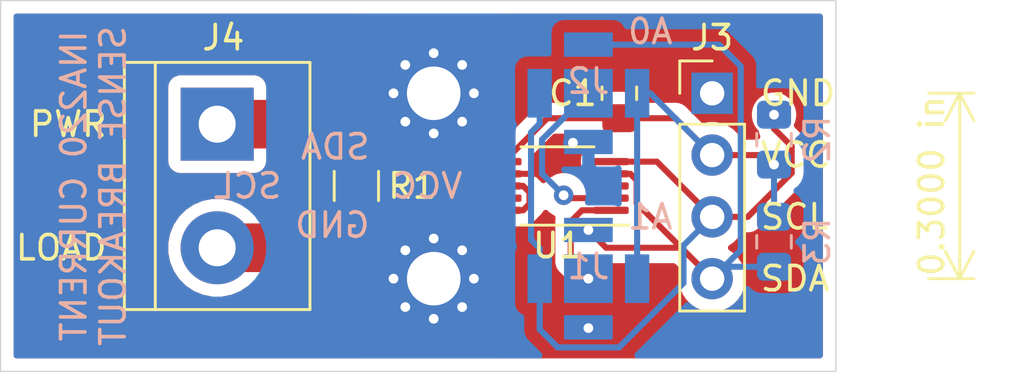
<source format=kicad_pcb>
(kicad_pcb (version 20171130) (host pcbnew 5.1.5)

  (general
    (thickness 1.6)
    (drawings 15)
    (tracks 92)
    (zones 0)
    (modules 11)
    (nets 10)
  )

  (page A4)
  (layers
    (0 F.Cu signal)
    (31 B.Cu signal)
    (32 B.Adhes user)
    (33 F.Adhes user)
    (34 B.Paste user)
    (35 F.Paste user)
    (36 B.SilkS user)
    (37 F.SilkS user)
    (38 B.Mask user)
    (39 F.Mask user)
    (40 Dwgs.User user)
    (41 Cmts.User user)
    (42 Eco1.User user)
    (43 Eco2.User user)
    (44 Edge.Cuts user)
    (45 Margin user)
    (46 B.CrtYd user)
    (47 F.CrtYd user)
    (48 B.Fab user)
    (49 F.Fab user)
  )

  (setup
    (last_trace_width 0.25)
    (trace_clearance 0.2)
    (zone_clearance 0.508)
    (zone_45_only no)
    (trace_min 0.2)
    (via_size 0.8)
    (via_drill 0.4)
    (via_min_size 0.4)
    (via_min_drill 0.3)
    (uvia_size 0.3)
    (uvia_drill 0.1)
    (uvias_allowed no)
    (uvia_min_size 0.2)
    (uvia_min_drill 0.1)
    (edge_width 0.05)
    (segment_width 0.2)
    (pcb_text_width 0.3)
    (pcb_text_size 1.5 1.5)
    (mod_edge_width 0.12)
    (mod_text_size 1 1)
    (mod_text_width 0.15)
    (pad_size 1.524 1.524)
    (pad_drill 0.762)
    (pad_to_mask_clearance 0.051)
    (solder_mask_min_width 0.25)
    (aux_axis_origin 0 0)
    (visible_elements FFFFFF7F)
    (pcbplotparams
      (layerselection 0x010fc_ffffffff)
      (usegerberextensions false)
      (usegerberattributes false)
      (usegerberadvancedattributes false)
      (creategerberjobfile false)
      (excludeedgelayer true)
      (linewidth 0.100000)
      (plotframeref false)
      (viasonmask false)
      (mode 1)
      (useauxorigin false)
      (hpglpennumber 1)
      (hpglpenspeed 20)
      (hpglpendiameter 15.000000)
      (psnegative false)
      (psa4output false)
      (plotreference true)
      (plotvalue true)
      (plotinvisibletext false)
      (padsonsilk false)
      (subtractmaskfromsilk false)
      (outputformat 1)
      (mirror false)
      (drillshape 0)
      (scaleselection 1)
      (outputdirectory "cs_ina220_v1.0"))
  )

  (net 0 "")
  (net 1 VCC)
  (net 2 GND)
  (net 3 SDA)
  (net 4 SCL)
  (net 5 A1)
  (net 6 A0)
  (net 7 LOAD)
  (net 8 SUPPLY)
  (net 9 "Net-(U1-Pad3)")

  (net_class Default "Dit is de standaard class."
    (clearance 0.2)
    (trace_width 0.25)
    (via_dia 0.8)
    (via_drill 0.4)
    (uvia_dia 0.3)
    (uvia_drill 0.1)
    (add_net A0)
    (add_net A1)
    (add_net GND)
    (add_net LOAD)
    (add_net "Net-(U1-Pad3)")
    (add_net SCL)
    (add_net SDA)
    (add_net SUPPLY)
    (add_net VCC)
  )

  (module Resistor_SMD:R_0805_2012Metric_Pad1.15x1.40mm_HandSolder (layer B.Cu) (tedit 5B36C52B) (tstamp 5E111C18)
    (at 134.62 93.735 270)
    (descr "Resistor SMD 0805 (2012 Metric), square (rectangular) end terminal, IPC_7351 nominal with elongated pad for handsoldering. (Body size source: https://docs.google.com/spreadsheets/d/1BsfQQcO9C6DZCsRaXUlFlo91Tg2WpOkGARC1WS5S8t0/edit?usp=sharing), generated with kicad-footprint-generator")
    (tags "resistor handsolder")
    (path /5E12934D)
    (attr smd)
    (fp_text reference R3 (at -0.009 -1.778 90) (layer B.SilkS)
      (effects (font (size 1 1) (thickness 0.15)) (justify mirror))
    )
    (fp_text value R_Small (at 0 -1.65 90) (layer B.Fab)
      (effects (font (size 1 1) (thickness 0.15)) (justify mirror))
    )
    (fp_text user %R (at 0 0 90) (layer B.Fab)
      (effects (font (size 0.5 0.5) (thickness 0.08)) (justify mirror))
    )
    (fp_line (start 1.85 -0.95) (end -1.85 -0.95) (layer B.CrtYd) (width 0.05))
    (fp_line (start 1.85 0.95) (end 1.85 -0.95) (layer B.CrtYd) (width 0.05))
    (fp_line (start -1.85 0.95) (end 1.85 0.95) (layer B.CrtYd) (width 0.05))
    (fp_line (start -1.85 -0.95) (end -1.85 0.95) (layer B.CrtYd) (width 0.05))
    (fp_line (start -0.261252 -0.71) (end 0.261252 -0.71) (layer B.SilkS) (width 0.12))
    (fp_line (start -0.261252 0.71) (end 0.261252 0.71) (layer B.SilkS) (width 0.12))
    (fp_line (start 1 -0.6) (end -1 -0.6) (layer B.Fab) (width 0.1))
    (fp_line (start 1 0.6) (end 1 -0.6) (layer B.Fab) (width 0.1))
    (fp_line (start -1 0.6) (end 1 0.6) (layer B.Fab) (width 0.1))
    (fp_line (start -1 -0.6) (end -1 0.6) (layer B.Fab) (width 0.1))
    (pad 2 smd roundrect (at 1.025 0 270) (size 1.15 1.4) (layers B.Cu B.Paste B.Mask) (roundrect_rratio 0.217391)
      (net 3 SDA))
    (pad 1 smd roundrect (at -1.025 0 270) (size 1.15 1.4) (layers B.Cu B.Paste B.Mask) (roundrect_rratio 0.217391)
      (net 1 VCC))
    (model ${KISYS3DMOD}/Resistor_SMD.3dshapes/R_0805_2012Metric.wrl
      (at (xyz 0 0 0))
      (scale (xyz 1 1 1))
      (rotate (xyz 0 0 0))
    )
  )

  (module Resistor_SMD:R_0805_2012Metric_Pad1.15x1.40mm_HandSolder (layer B.Cu) (tedit 5B36C52B) (tstamp 5E111CCC)
    (at 134.62 89.535 90)
    (descr "Resistor SMD 0805 (2012 Metric), square (rectangular) end terminal, IPC_7351 nominal with elongated pad for handsoldering. (Body size source: https://docs.google.com/spreadsheets/d/1BsfQQcO9C6DZCsRaXUlFlo91Tg2WpOkGARC1WS5S8t0/edit?usp=sharing), generated with kicad-footprint-generator")
    (tags "resistor handsolder")
    (path /5E1299A9)
    (attr smd)
    (fp_text reference R2 (at 0 1.778 90) (layer B.SilkS)
      (effects (font (size 1 1) (thickness 0.15)) (justify mirror))
    )
    (fp_text value R_Small (at 0 -1.65 90) (layer B.Fab)
      (effects (font (size 1 1) (thickness 0.15)) (justify mirror))
    )
    (fp_text user %R (at 0 0 90) (layer B.Fab)
      (effects (font (size 0.5 0.5) (thickness 0.08)) (justify mirror))
    )
    (fp_line (start 1.85 -0.95) (end -1.85 -0.95) (layer B.CrtYd) (width 0.05))
    (fp_line (start 1.85 0.95) (end 1.85 -0.95) (layer B.CrtYd) (width 0.05))
    (fp_line (start -1.85 0.95) (end 1.85 0.95) (layer B.CrtYd) (width 0.05))
    (fp_line (start -1.85 -0.95) (end -1.85 0.95) (layer B.CrtYd) (width 0.05))
    (fp_line (start -0.261252 -0.71) (end 0.261252 -0.71) (layer B.SilkS) (width 0.12))
    (fp_line (start -0.261252 0.71) (end 0.261252 0.71) (layer B.SilkS) (width 0.12))
    (fp_line (start 1 -0.6) (end -1 -0.6) (layer B.Fab) (width 0.1))
    (fp_line (start 1 0.6) (end 1 -0.6) (layer B.Fab) (width 0.1))
    (fp_line (start -1 0.6) (end 1 0.6) (layer B.Fab) (width 0.1))
    (fp_line (start -1 -0.6) (end -1 0.6) (layer B.Fab) (width 0.1))
    (pad 2 smd roundrect (at 1.025 0 90) (size 1.15 1.4) (layers B.Cu B.Paste B.Mask) (roundrect_rratio 0.217391)
      (net 4 SCL))
    (pad 1 smd roundrect (at -1.025 0 90) (size 1.15 1.4) (layers B.Cu B.Paste B.Mask) (roundrect_rratio 0.217391)
      (net 1 VCC))
    (model ${KISYS3DMOD}/Resistor_SMD.3dshapes/R_0805_2012Metric.wrl
      (at (xyz 0 0 0))
      (scale (xyz 1 1 1))
      (rotate (xyz 0 0 0))
    )
  )

  (module MountingHole:MountingHole_2.2mm_M2_Pad_Via (layer F.Cu) (tedit 56DDB9C7) (tstamp 5E1115E9)
    (at 120.65 95.25)
    (descr "Mounting Hole 2.2mm, M2")
    (tags "mounting hole 2.2mm m2")
    (path /5E12361E)
    (attr virtual)
    (fp_text reference H2 (at 0 -3.2) (layer F.SilkS) hide
      (effects (font (size 1 1) (thickness 0.15)))
    )
    (fp_text value MountingHole_Pad (at 0 3.2) (layer F.Fab)
      (effects (font (size 1 1) (thickness 0.15)))
    )
    (fp_circle (center 0 0) (end 2.45 0) (layer F.CrtYd) (width 0.05))
    (fp_circle (center 0 0) (end 2.2 0) (layer Cmts.User) (width 0.15))
    (fp_text user %R (at 0.3 0) (layer F.Fab)
      (effects (font (size 1 1) (thickness 0.15)))
    )
    (pad 1 thru_hole circle (at 1.166726 -1.166726) (size 0.7 0.7) (drill 0.4) (layers *.Cu *.Mask)
      (net 2 GND))
    (pad 1 thru_hole circle (at 0 -1.65) (size 0.7 0.7) (drill 0.4) (layers *.Cu *.Mask)
      (net 2 GND))
    (pad 1 thru_hole circle (at -1.166726 -1.166726) (size 0.7 0.7) (drill 0.4) (layers *.Cu *.Mask)
      (net 2 GND))
    (pad 1 thru_hole circle (at -1.65 0) (size 0.7 0.7) (drill 0.4) (layers *.Cu *.Mask)
      (net 2 GND))
    (pad 1 thru_hole circle (at -1.166726 1.166726) (size 0.7 0.7) (drill 0.4) (layers *.Cu *.Mask)
      (net 2 GND))
    (pad 1 thru_hole circle (at 0 1.65) (size 0.7 0.7) (drill 0.4) (layers *.Cu *.Mask)
      (net 2 GND))
    (pad 1 thru_hole circle (at 1.166726 1.166726) (size 0.7 0.7) (drill 0.4) (layers *.Cu *.Mask)
      (net 2 GND))
    (pad 1 thru_hole circle (at 1.65 0) (size 0.7 0.7) (drill 0.4) (layers *.Cu *.Mask)
      (net 2 GND))
    (pad 1 thru_hole circle (at 0 0) (size 4.4 4.4) (drill 2.2) (layers *.Cu *.Mask)
      (net 2 GND))
  )

  (module MountingHole:MountingHole_2.2mm_M2_Pad_Via (layer F.Cu) (tedit 56DDB9C7) (tstamp 5E111398)
    (at 120.65 87.63)
    (descr "Mounting Hole 2.2mm, M2")
    (tags "mounting hole 2.2mm m2")
    (path /5E12308D)
    (attr virtual)
    (fp_text reference H1 (at 0 -3.2) (layer F.SilkS) hide
      (effects (font (size 1 1) (thickness 0.15)))
    )
    (fp_text value MountingHole_Pad (at 0 3.2) (layer F.Fab)
      (effects (font (size 1 1) (thickness 0.15)))
    )
    (fp_circle (center 0 0) (end 2.45 0) (layer F.CrtYd) (width 0.05))
    (fp_circle (center 0 0) (end 2.2 0) (layer Cmts.User) (width 0.15))
    (fp_text user %R (at 0.3 0) (layer F.Fab)
      (effects (font (size 1 1) (thickness 0.15)))
    )
    (pad 1 thru_hole circle (at 1.166726 -1.166726) (size 0.7 0.7) (drill 0.4) (layers *.Cu *.Mask)
      (net 2 GND))
    (pad 1 thru_hole circle (at 0 -1.65) (size 0.7 0.7) (drill 0.4) (layers *.Cu *.Mask)
      (net 2 GND))
    (pad 1 thru_hole circle (at -1.166726 -1.166726) (size 0.7 0.7) (drill 0.4) (layers *.Cu *.Mask)
      (net 2 GND))
    (pad 1 thru_hole circle (at -1.65 0) (size 0.7 0.7) (drill 0.4) (layers *.Cu *.Mask)
      (net 2 GND))
    (pad 1 thru_hole circle (at -1.166726 1.166726) (size 0.7 0.7) (drill 0.4) (layers *.Cu *.Mask)
      (net 2 GND))
    (pad 1 thru_hole circle (at 0 1.65) (size 0.7 0.7) (drill 0.4) (layers *.Cu *.Mask)
      (net 2 GND))
    (pad 1 thru_hole circle (at 1.166726 1.166726) (size 0.7 0.7) (drill 0.4) (layers *.Cu *.Mask)
      (net 2 GND))
    (pad 1 thru_hole circle (at 1.65 0) (size 0.7 0.7) (drill 0.4) (layers *.Cu *.Mask)
      (net 2 GND))
    (pad 1 thru_hole circle (at 0 0) (size 4.4 4.4) (drill 2.2) (layers *.Cu *.Mask)
      (net 2 GND))
  )

  (module AvS_Jumper:SolderJumper-5 (layer B.Cu) (tedit 5E10B265) (tstamp 5E110502)
    (at 127 87.63)
    (path /5E112CE0)
    (fp_text reference J2 (at 0 -0.5) (layer B.SilkS)
      (effects (font (size 1 1) (thickness 0.15)) (justify mirror))
    )
    (fp_text value Conn_01x05 (at 0 0.5) (layer B.Fab)
      (effects (font (size 1 1) (thickness 0.15)) (justify mirror))
    )
    (pad 2 smd rect (at 0 2) (size 2 1) (layers B.Cu B.Paste B.Mask)
      (net 2 GND))
    (pad 4 smd rect (at 0 -2) (size 2 1) (layers B.Cu B.Paste B.Mask)
      (net 3 SDA))
    (pad 5 smd rect (at -2 0) (size 1 2) (layers B.Cu B.Paste B.Mask)
      (net 4 SCL))
    (pad 3 smd rect (at 2 0) (size 1 2) (layers B.Cu B.Paste B.Mask)
      (net 1 VCC))
    (pad 1 smd rect (at 0 0) (size 2 2) (layers B.Cu B.Paste B.Mask)
      (net 6 A0))
  )

  (module AvS_Jumper:SolderJumper-5 (layer B.Cu) (tedit 5E10B265) (tstamp 5E110F3A)
    (at 127 95.25)
    (path /5E11103F)
    (fp_text reference J1 (at 0 -0.5) (layer B.SilkS)
      (effects (font (size 1 1) (thickness 0.15)) (justify mirror))
    )
    (fp_text value Conn_01x05 (at 0 0.5) (layer B.Fab)
      (effects (font (size 1 1) (thickness 0.15)) (justify mirror))
    )
    (pad 2 smd rect (at 0 2) (size 2 1) (layers B.Cu B.Paste B.Mask)
      (net 2 GND))
    (pad 4 smd rect (at 0 -2) (size 2 1) (layers B.Cu B.Paste B.Mask)
      (net 3 SDA))
    (pad 5 smd rect (at -2 0) (size 1 2) (layers B.Cu B.Paste B.Mask)
      (net 4 SCL))
    (pad 3 smd rect (at 2 0) (size 1 2) (layers B.Cu B.Paste B.Mask)
      (net 1 VCC))
    (pad 1 smd rect (at 0 0) (size 2 2) (layers B.Cu B.Paste B.Mask)
      (net 5 A1))
  )

  (module Package_SO:VSSOP-10_3x3mm_P0.5mm (layer F.Cu) (tedit 5D9F72B2) (tstamp 5E110435)
    (at 125.73 91.44 180)
    (descr "VSSOP, 10 Pin (http://www.ti.com/lit/ds/symlink/ads1115.pdf), generated with kicad-footprint-generator ipc_gullwing_generator.py")
    (tags "VSSOP SO")
    (path /5E10C617)
    (attr smd)
    (fp_text reference U1 (at 0 -2.45) (layer F.SilkS)
      (effects (font (size 1 1) (thickness 0.15)))
    )
    (fp_text value INA220 (at 0 2.45) (layer F.Fab)
      (effects (font (size 1 1) (thickness 0.15)))
    )
    (fp_text user %R (at 0 0) (layer F.Fab)
      (effects (font (size 0.75 0.75) (thickness 0.11)))
    )
    (fp_line (start 3.18 -1.75) (end -3.18 -1.75) (layer F.CrtYd) (width 0.05))
    (fp_line (start 3.18 1.75) (end 3.18 -1.75) (layer F.CrtYd) (width 0.05))
    (fp_line (start -3.18 1.75) (end 3.18 1.75) (layer F.CrtYd) (width 0.05))
    (fp_line (start -3.18 -1.75) (end -3.18 1.75) (layer F.CrtYd) (width 0.05))
    (fp_line (start -1.5 -0.75) (end -0.75 -1.5) (layer F.Fab) (width 0.1))
    (fp_line (start -1.5 1.5) (end -1.5 -0.75) (layer F.Fab) (width 0.1))
    (fp_line (start 1.5 1.5) (end -1.5 1.5) (layer F.Fab) (width 0.1))
    (fp_line (start 1.5 -1.5) (end 1.5 1.5) (layer F.Fab) (width 0.1))
    (fp_line (start -0.75 -1.5) (end 1.5 -1.5) (layer F.Fab) (width 0.1))
    (fp_line (start 0 -1.61) (end -2.925 -1.61) (layer F.SilkS) (width 0.12))
    (fp_line (start 0 -1.61) (end 1.5 -1.61) (layer F.SilkS) (width 0.12))
    (fp_line (start 0 1.61) (end -1.5 1.61) (layer F.SilkS) (width 0.12))
    (fp_line (start 0 1.61) (end 1.5 1.61) (layer F.SilkS) (width 0.12))
    (pad 10 smd roundrect (at 2.2 -1 180) (size 1.45 0.3) (layers F.Cu F.Paste F.Mask) (roundrect_rratio 0.25)
      (net 8 SUPPLY))
    (pad 9 smd roundrect (at 2.2 -0.5 180) (size 1.45 0.3) (layers F.Cu F.Paste F.Mask) (roundrect_rratio 0.25)
      (net 7 LOAD))
    (pad 8 smd roundrect (at 2.2 0 180) (size 1.45 0.3) (layers F.Cu F.Paste F.Mask) (roundrect_rratio 0.25)
      (net 8 SUPPLY))
    (pad 7 smd roundrect (at 2.2 0.5 180) (size 1.45 0.3) (layers F.Cu F.Paste F.Mask) (roundrect_rratio 0.25)
      (net 2 GND))
    (pad 6 smd roundrect (at 2.2 1 180) (size 1.45 0.3) (layers F.Cu F.Paste F.Mask) (roundrect_rratio 0.25)
      (net 1 VCC))
    (pad 5 smd roundrect (at -2.2 1 180) (size 1.45 0.3) (layers F.Cu F.Paste F.Mask) (roundrect_rratio 0.25)
      (net 4 SCL))
    (pad 4 smd roundrect (at -2.2 0.5 180) (size 1.45 0.3) (layers F.Cu F.Paste F.Mask) (roundrect_rratio 0.25)
      (net 3 SDA))
    (pad 3 smd roundrect (at -2.2 0 180) (size 1.45 0.3) (layers F.Cu F.Paste F.Mask) (roundrect_rratio 0.25)
      (net 9 "Net-(U1-Pad3)"))
    (pad 2 smd roundrect (at -2.2 -0.5 180) (size 1.45 0.3) (layers F.Cu F.Paste F.Mask) (roundrect_rratio 0.25)
      (net 6 A0))
    (pad 1 smd roundrect (at -2.2 -1 180) (size 1.45 0.3) (layers F.Cu F.Paste F.Mask) (roundrect_rratio 0.25)
      (net 5 A1))
    (model ${KISYS3DMOD}/Package_SO.3dshapes/VSSOP-10_3x3mm_P0.5mm.wrl
      (at (xyz 0 0 0))
      (scale (xyz 1 1 1))
      (rotate (xyz 0 0 0))
    )
  )

  (module Resistor_SMD:R_1206_3216Metric_Pad1.42x1.75mm_HandSolder (layer F.Cu) (tedit 5B301BBD) (tstamp 5E110419)
    (at 117.475 91.44 270)
    (descr "Resistor SMD 1206 (3216 Metric), square (rectangular) end terminal, IPC_7351 nominal with elongated pad for handsoldering. (Body size source: http://www.tortai-tech.com/upload/download/2011102023233369053.pdf), generated with kicad-footprint-generator")
    (tags "resistor handsolder")
    (path /5E10CB6F)
    (attr smd)
    (fp_text reference R1 (at 0 -2.286 180) (layer F.SilkS)
      (effects (font (size 1 1) (thickness 0.15)))
    )
    (fp_text value R_Small (at 0 1.82 90) (layer F.Fab)
      (effects (font (size 1 1) (thickness 0.15)))
    )
    (fp_text user %R (at 0 0 90) (layer F.Fab)
      (effects (font (size 0.8 0.8) (thickness 0.12)))
    )
    (fp_line (start 2.45 1.12) (end -2.45 1.12) (layer F.CrtYd) (width 0.05))
    (fp_line (start 2.45 -1.12) (end 2.45 1.12) (layer F.CrtYd) (width 0.05))
    (fp_line (start -2.45 -1.12) (end 2.45 -1.12) (layer F.CrtYd) (width 0.05))
    (fp_line (start -2.45 1.12) (end -2.45 -1.12) (layer F.CrtYd) (width 0.05))
    (fp_line (start -0.602064 0.91) (end 0.602064 0.91) (layer F.SilkS) (width 0.12))
    (fp_line (start -0.602064 -0.91) (end 0.602064 -0.91) (layer F.SilkS) (width 0.12))
    (fp_line (start 1.6 0.8) (end -1.6 0.8) (layer F.Fab) (width 0.1))
    (fp_line (start 1.6 -0.8) (end 1.6 0.8) (layer F.Fab) (width 0.1))
    (fp_line (start -1.6 -0.8) (end 1.6 -0.8) (layer F.Fab) (width 0.1))
    (fp_line (start -1.6 0.8) (end -1.6 -0.8) (layer F.Fab) (width 0.1))
    (pad 2 smd roundrect (at 1.4875 0 270) (size 1.425 1.75) (layers F.Cu F.Paste F.Mask) (roundrect_rratio 0.175439)
      (net 7 LOAD))
    (pad 1 smd roundrect (at -1.4875 0 270) (size 1.425 1.75) (layers F.Cu F.Paste F.Mask) (roundrect_rratio 0.175439)
      (net 8 SUPPLY))
    (model ${KISYS3DMOD}/Resistor_SMD.3dshapes/R_1206_3216Metric.wrl
      (at (xyz 0 0 0))
      (scale (xyz 1 1 1))
      (rotate (xyz 0 0 0))
    )
  )

  (module TerminalBlock:TerminalBlock_bornier-2_P5.08mm (layer F.Cu) (tedit 59FF03AB) (tstamp 5E110408)
    (at 111.76 88.9 270)
    (descr "simple 2-pin terminal block, pitch 5.08mm, revamped version of bornier2")
    (tags "terminal block bornier2")
    (path /5E116556)
    (fp_text reference J4 (at -3.556 -0.254 180) (layer F.SilkS)
      (effects (font (size 1 1) (thickness 0.15)))
    )
    (fp_text value Conn_01x02 (at 2.54 5.08 90) (layer F.Fab)
      (effects (font (size 1 1) (thickness 0.15)))
    )
    (fp_line (start 7.79 4) (end -2.71 4) (layer F.CrtYd) (width 0.05))
    (fp_line (start 7.79 4) (end 7.79 -4) (layer F.CrtYd) (width 0.05))
    (fp_line (start -2.71 -4) (end -2.71 4) (layer F.CrtYd) (width 0.05))
    (fp_line (start -2.71 -4) (end 7.79 -4) (layer F.CrtYd) (width 0.05))
    (fp_line (start -2.54 3.81) (end 7.62 3.81) (layer F.SilkS) (width 0.12))
    (fp_line (start -2.54 -3.81) (end -2.54 3.81) (layer F.SilkS) (width 0.12))
    (fp_line (start 7.62 -3.81) (end -2.54 -3.81) (layer F.SilkS) (width 0.12))
    (fp_line (start 7.62 3.81) (end 7.62 -3.81) (layer F.SilkS) (width 0.12))
    (fp_line (start 7.62 2.54) (end -2.54 2.54) (layer F.SilkS) (width 0.12))
    (fp_line (start 7.54 -3.75) (end -2.46 -3.75) (layer F.Fab) (width 0.1))
    (fp_line (start 7.54 3.75) (end 7.54 -3.75) (layer F.Fab) (width 0.1))
    (fp_line (start -2.46 3.75) (end 7.54 3.75) (layer F.Fab) (width 0.1))
    (fp_line (start -2.46 -3.75) (end -2.46 3.75) (layer F.Fab) (width 0.1))
    (fp_line (start -2.41 2.55) (end 7.49 2.55) (layer F.Fab) (width 0.1))
    (fp_text user %R (at 2.54 0 90) (layer F.Fab)
      (effects (font (size 1 1) (thickness 0.15)))
    )
    (pad 2 thru_hole circle (at 5.08 0 270) (size 3 3) (drill 1.52) (layers *.Cu *.Mask)
      (net 7 LOAD))
    (pad 1 thru_hole rect (at 0 0 270) (size 3 3) (drill 1.52) (layers *.Cu *.Mask)
      (net 8 SUPPLY))
    (model ${KISYS3DMOD}/TerminalBlock.3dshapes/TerminalBlock_bornier-2_P5.08mm.wrl
      (offset (xyz 2.539999961853027 0 0))
      (scale (xyz 1 1 1))
      (rotate (xyz 0 0 0))
    )
  )

  (module Connector_PinHeader_2.54mm:PinHeader_1x04_P2.54mm_Vertical (layer F.Cu) (tedit 59FED5CC) (tstamp 5E1106F6)
    (at 132.08 87.63)
    (descr "Through hole straight pin header, 1x04, 2.54mm pitch, single row")
    (tags "Through hole pin header THT 1x04 2.54mm single row")
    (path /5E11821F)
    (fp_text reference J3 (at 0 -2.286) (layer F.SilkS)
      (effects (font (size 1 1) (thickness 0.15)))
    )
    (fp_text value Conn_01x04 (at 0 9.95) (layer F.Fab)
      (effects (font (size 1 1) (thickness 0.15)))
    )
    (fp_text user %R (at 0 3.81 90) (layer F.Fab)
      (effects (font (size 1 1) (thickness 0.15)))
    )
    (fp_line (start 1.8 -1.8) (end -1.8 -1.8) (layer F.CrtYd) (width 0.05))
    (fp_line (start 1.8 9.4) (end 1.8 -1.8) (layer F.CrtYd) (width 0.05))
    (fp_line (start -1.8 9.4) (end 1.8 9.4) (layer F.CrtYd) (width 0.05))
    (fp_line (start -1.8 -1.8) (end -1.8 9.4) (layer F.CrtYd) (width 0.05))
    (fp_line (start -1.33 -1.33) (end 0 -1.33) (layer F.SilkS) (width 0.12))
    (fp_line (start -1.33 0) (end -1.33 -1.33) (layer F.SilkS) (width 0.12))
    (fp_line (start -1.33 1.27) (end 1.33 1.27) (layer F.SilkS) (width 0.12))
    (fp_line (start 1.33 1.27) (end 1.33 8.95) (layer F.SilkS) (width 0.12))
    (fp_line (start -1.33 1.27) (end -1.33 8.95) (layer F.SilkS) (width 0.12))
    (fp_line (start -1.33 8.95) (end 1.33 8.95) (layer F.SilkS) (width 0.12))
    (fp_line (start -1.27 -0.635) (end -0.635 -1.27) (layer F.Fab) (width 0.1))
    (fp_line (start -1.27 8.89) (end -1.27 -0.635) (layer F.Fab) (width 0.1))
    (fp_line (start 1.27 8.89) (end -1.27 8.89) (layer F.Fab) (width 0.1))
    (fp_line (start 1.27 -1.27) (end 1.27 8.89) (layer F.Fab) (width 0.1))
    (fp_line (start -0.635 -1.27) (end 1.27 -1.27) (layer F.Fab) (width 0.1))
    (pad 4 thru_hole oval (at 0 7.62) (size 1.7 1.7) (drill 1) (layers *.Cu *.Mask)
      (net 3 SDA))
    (pad 3 thru_hole oval (at 0 5.08) (size 1.7 1.7) (drill 1) (layers *.Cu *.Mask)
      (net 4 SCL))
    (pad 2 thru_hole oval (at 0 2.54) (size 1.7 1.7) (drill 1) (layers *.Cu *.Mask)
      (net 1 VCC))
    (pad 1 thru_hole rect (at 0 0) (size 1.7 1.7) (drill 1) (layers *.Cu *.Mask)
      (net 2 GND))
    (model ${KISYS3DMOD}/Connector_PinHeader_2.54mm.3dshapes/PinHeader_1x04_P2.54mm_Vertical.wrl
      (at (xyz 0 0 0))
      (scale (xyz 1 1 1))
      (rotate (xyz 0 0 0))
    )
  )

  (module Capacitor_SMD:C_0805_2012Metric_Pad1.15x1.40mm_HandSolder (layer F.Cu) (tedit 5B36C52B) (tstamp 5E1103C9)
    (at 128.27 87.63 270)
    (descr "Capacitor SMD 0805 (2012 Metric), square (rectangular) end terminal, IPC_7351 nominal with elongated pad for handsoldering. (Body size source: https://docs.google.com/spreadsheets/d/1BsfQQcO9C6DZCsRaXUlFlo91Tg2WpOkGARC1WS5S8t0/edit?usp=sharing), generated with kicad-footprint-generator")
    (tags "capacitor handsolder")
    (path /5E10D5AA)
    (attr smd)
    (fp_text reference C1 (at 0 1.905 180) (layer F.SilkS)
      (effects (font (size 1 1) (thickness 0.15)))
    )
    (fp_text value C_Small (at 0 1.65 90) (layer F.Fab)
      (effects (font (size 1 1) (thickness 0.15)))
    )
    (fp_text user %R (at 0 0 90) (layer F.Fab)
      (effects (font (size 0.5 0.5) (thickness 0.08)))
    )
    (fp_line (start 1.85 0.95) (end -1.85 0.95) (layer F.CrtYd) (width 0.05))
    (fp_line (start 1.85 -0.95) (end 1.85 0.95) (layer F.CrtYd) (width 0.05))
    (fp_line (start -1.85 -0.95) (end 1.85 -0.95) (layer F.CrtYd) (width 0.05))
    (fp_line (start -1.85 0.95) (end -1.85 -0.95) (layer F.CrtYd) (width 0.05))
    (fp_line (start -0.261252 0.71) (end 0.261252 0.71) (layer F.SilkS) (width 0.12))
    (fp_line (start -0.261252 -0.71) (end 0.261252 -0.71) (layer F.SilkS) (width 0.12))
    (fp_line (start 1 0.6) (end -1 0.6) (layer F.Fab) (width 0.1))
    (fp_line (start 1 -0.6) (end 1 0.6) (layer F.Fab) (width 0.1))
    (fp_line (start -1 -0.6) (end 1 -0.6) (layer F.Fab) (width 0.1))
    (fp_line (start -1 0.6) (end -1 -0.6) (layer F.Fab) (width 0.1))
    (pad 2 smd roundrect (at 1.025 0 270) (size 1.15 1.4) (layers F.Cu F.Paste F.Mask) (roundrect_rratio 0.217391)
      (net 1 VCC))
    (pad 1 smd roundrect (at -1.025 0 270) (size 1.15 1.4) (layers F.Cu F.Paste F.Mask) (roundrect_rratio 0.217391)
      (net 2 GND))
    (model ${KISYS3DMOD}/Capacitor_SMD.3dshapes/C_0805_2012Metric.wrl
      (at (xyz 0 0 0))
      (scale (xyz 1 1 1))
      (rotate (xyz 0 0 0))
    )
  )

  (dimension 7.62 (width 0.12) (layer F.SilkS)
    (gr_text "7,620 mm" (at 143.51 91.44 270) (layer F.SilkS)
      (effects (font (size 1 1) (thickness 0.15)))
    )
    (feature1 (pts (xy 140.97 95.25) (xy 142.826421 95.25)))
    (feature2 (pts (xy 140.97 87.63) (xy 142.826421 87.63)))
    (crossbar (pts (xy 142.24 87.63) (xy 142.24 95.25)))
    (arrow1a (pts (xy 142.24 95.25) (xy 141.653579 94.123496)))
    (arrow1b (pts (xy 142.24 95.25) (xy 142.826421 94.123496)))
    (arrow2a (pts (xy 142.24 87.63) (xy 141.653579 88.756504)))
    (arrow2b (pts (xy 142.24 87.63) (xy 142.826421 88.756504)))
  )
  (gr_text "INA220 CURRENT\nSENSE BREAKOUT" (at 106.68 91.44 90) (layer B.SilkS)
    (effects (font (size 1 1) (thickness 0.15)) (justify mirror))
  )
  (gr_text "     SDA\nVCC      SCL\n     GND" (at 121.92 91.44) (layer B.SilkS)
    (effects (font (size 1 1) (thickness 0.15)) (justify left mirror))
  )
  (gr_text A1 (at 129.54 92.71) (layer B.SilkS)
    (effects (font (size 1 1) (thickness 0.15)) (justify mirror))
  )
  (gr_text A0 (at 129.54 85.09) (layer B.SilkS)
    (effects (font (size 1 1) (thickness 0.15)) (justify mirror))
  )
  (gr_line (start 137.16 83.82) (end 102.87 83.82) (layer Edge.Cuts) (width 0.05) (tstamp 5E112013))
  (gr_line (start 137.16 99.06) (end 137.16 83.82) (layer Edge.Cuts) (width 0.05))
  (gr_line (start 102.87 99.06) (end 137.16 99.06) (layer Edge.Cuts) (width 0.05))
  (gr_line (start 102.87 83.82) (end 102.87 99.06) (layer Edge.Cuts) (width 0.05))
  (gr_text SDA (at 133.985 95.25) (layer F.SilkS)
    (effects (font (size 1 1) (thickness 0.15)) (justify left))
  )
  (gr_text SCL (at 133.985 92.71) (layer F.SilkS)
    (effects (font (size 1 1) (thickness 0.15)) (justify left))
  )
  (gr_text VCC (at 133.985 90.17) (layer F.SilkS)
    (effects (font (size 1 1) (thickness 0.15)) (justify left))
  )
  (gr_text GND (at 133.985 87.63) (layer F.SilkS)
    (effects (font (size 1 1) (thickness 0.15)) (justify left))
  )
  (gr_text LOAD (at 107.315 93.98) (layer F.SilkS)
    (effects (font (size 1 1) (thickness 0.15)) (justify right))
  )
  (gr_text PWR (at 107.315 88.9) (layer F.SilkS)
    (effects (font (size 1 1) (thickness 0.15)) (justify right))
  )

  (segment (start 130.565 88.655) (end 132.08 90.17) (width 0.25) (layer F.Cu) (net 1))
  (segment (start 128.27 88.655) (end 130.565 88.655) (width 0.25) (layer F.Cu) (net 1))
  (segment (start 129 94) (end 129 87.63) (width 0.25) (layer B.Cu) (net 1))
  (segment (start 129 95.25) (end 129 94) (width 0.25) (layer B.Cu) (net 1))
  (segment (start 129.54 87.63) (end 129 87.63) (width 0.25) (layer B.Cu) (net 1))
  (segment (start 132.08 90.17) (end 129.54 87.63) (width 0.25) (layer B.Cu) (net 1))
  (segment (start 125.315 88.655) (end 128.27 88.655) (width 0.25) (layer F.Cu) (net 1))
  (segment (start 123.53 90.44) (end 125.315 88.655) (width 0.25) (layer F.Cu) (net 1))
  (segment (start 134.62 92.71) (end 134.62 90.56) (width 0.25) (layer B.Cu) (net 1))
  (segment (start 132.08 90.17) (end 134.23 90.17) (width 0.25) (layer F.Cu) (net 1))
  (via (at 134.62 90.56) (size 0.8) (drill 0.4) (layers F.Cu B.Cu) (net 1))
  (segment (start 134.23 90.17) (end 134.62 90.56) (width 0.25) (layer F.Cu) (net 1))
  (via (at 127 97.282) (size 0.8) (drill 0.4) (layers F.Cu B.Cu) (net 2))
  (segment (start 128.27 87.18) (end 128.27 86.605) (width 0.25) (layer F.Cu) (net 2))
  (segment (start 128.72 87.63) (end 128.27 87.18) (width 0.25) (layer F.Cu) (net 2))
  (segment (start 132.08 87.63) (end 128.72 87.63) (width 0.25) (layer F.Cu) (net 2))
  (via (at 126.365 89.662) (size 0.8) (drill 0.4) (layers F.Cu B.Cu) (net 2))
  (segment (start 125.468 90.94) (end 126.873 89.535) (width 0.25) (layer F.Cu) (net 2))
  (segment (start 123.53 90.94) (end 125.468 90.94) (width 0.25) (layer F.Cu) (net 2))
  (segment (start 123.53 90.94) (end 122.309 90.94) (width 0.25) (layer F.Cu) (net 2))
  (segment (start 122.309 90.94) (end 121.539 90.17) (width 0.25) (layer F.Cu) (net 2))
  (segment (start 119.04 93.98) (end 119.38 93.64) (width 0.25) (layer F.Cu) (net 2))
  (segment (start 119.38 89.24) (end 119.04 88.9) (width 0.25) (layer F.Cu) (net 2))
  (segment (start 120.65 89.28) (end 120.65 87.63) (width 0.25) (layer F.Cu) (net 2))
  (segment (start 121.539 90.169) (end 120.65 89.28) (width 0.25) (layer F.Cu) (net 2))
  (segment (start 121.539 90.17) (end 121.539 90.169) (width 0.25) (layer F.Cu) (net 2))
  (segment (start 128.98001 91.199308) (end 128.720702 90.94) (width 0.25) (layer F.Cu) (net 3))
  (segment (start 128.720702 90.94) (end 127.93 90.94) (width 0.25) (layer F.Cu) (net 3))
  (segment (start 128.98001 92.15001) (end 128.98001 91.199308) (width 0.25) (layer F.Cu) (net 3))
  (via (at 127 93.25) (size 0.8) (drill 0.4) (layers F.Cu B.Cu) (net 3))
  (segment (start 130.81 93.98) (end 127.73 93.98) (width 0.25) (layer F.Cu) (net 3))
  (segment (start 127.73 93.98) (end 127 93.25) (width 0.25) (layer F.Cu) (net 3))
  (segment (start 130.81 93.98) (end 128.98001 92.15001) (width 0.25) (layer F.Cu) (net 3))
  (segment (start 132.08 95.25) (end 130.81 93.98) (width 0.25) (layer F.Cu) (net 3))
  (segment (start 132.929999 94.400001) (end 132.08 95.25) (width 0.25) (layer B.Cu) (net 3))
  (segment (start 133.255001 94.074999) (end 132.929999 94.400001) (width 0.25) (layer B.Cu) (net 3))
  (segment (start 133.255001 86.519999) (end 133.255001 94.074999) (width 0.25) (layer B.Cu) (net 3))
  (segment (start 132.365002 85.63) (end 133.255001 86.519999) (width 0.25) (layer B.Cu) (net 3))
  (segment (start 127 85.63) (end 132.365002 85.63) (width 0.25) (layer B.Cu) (net 3))
  (segment (start 132.57 94.76) (end 132.08 95.25) (width 0.25) (layer B.Cu) (net 3))
  (segment (start 134.62 94.76) (end 132.57 94.76) (width 0.25) (layer B.Cu) (net 3))
  (segment (start 129.81 90.44) (end 127.93 90.44) (width 0.25) (layer F.Cu) (net 4))
  (segment (start 132.08 92.71) (end 129.81 90.44) (width 0.25) (layer F.Cu) (net 4))
  (segment (start 125 96.5) (end 125 95.25) (width 0.25) (layer B.Cu) (net 4))
  (segment (start 125.739999 98.075001) (end 125 97.335002) (width 0.25) (layer B.Cu) (net 4))
  (segment (start 128.260001 98.075001) (end 125.739999 98.075001) (width 0.25) (layer B.Cu) (net 4))
  (segment (start 130.904999 95.430003) (end 128.260001 98.075001) (width 0.25) (layer B.Cu) (net 4))
  (segment (start 125 97.335002) (end 125 96.5) (width 0.25) (layer B.Cu) (net 4))
  (segment (start 130.904999 93.885001) (end 130.904999 95.430003) (width 0.25) (layer B.Cu) (net 4))
  (segment (start 132.08 92.71) (end 130.904999 93.885001) (width 0.25) (layer B.Cu) (net 4))
  (segment (start 124.64499 89.23501) (end 124.64499 93.64499) (width 0.25) (layer B.Cu) (net 4))
  (segment (start 124.64499 93.64499) (end 125 94) (width 0.25) (layer B.Cu) (net 4))
  (segment (start 125 88.88) (end 124.64499 89.23501) (width 0.25) (layer B.Cu) (net 4))
  (segment (start 125 94) (end 125 95.25) (width 0.25) (layer B.Cu) (net 4))
  (segment (start 125 87.63) (end 125 88.88) (width 0.25) (layer B.Cu) (net 4))
  (via (at 134.62 88.51) (size 0.8) (drill 0.4) (layers F.Cu B.Cu) (net 4))
  (segment (start 133.282081 92.71) (end 132.08 92.71) (width 0.25) (layer F.Cu) (net 4))
  (segment (start 133.543002 92.71) (end 133.282081 92.71) (width 0.25) (layer F.Cu) (net 4))
  (segment (start 135.345001 90.908001) (end 133.543002 92.71) (width 0.25) (layer F.Cu) (net 4))
  (segment (start 135.345001 89.810001) (end 135.345001 90.908001) (width 0.25) (layer F.Cu) (net 4))
  (segment (start 134.62 89.085) (end 135.345001 89.810001) (width 0.25) (layer F.Cu) (net 4))
  (segment (start 134.62 88.51) (end 134.62 89.085) (width 0.25) (layer F.Cu) (net 4))
  (via (at 127 95.25) (size 0.8) (drill 0.4) (layers F.Cu B.Cu) (net 5))
  (segment (start 126.274999 94.524999) (end 127 95.25) (width 0.25) (layer F.Cu) (net 5))
  (segment (start 126.274999 92.901999) (end 126.274999 94.524999) (width 0.25) (layer F.Cu) (net 5))
  (segment (start 126.736998 92.44) (end 126.274999 92.901999) (width 0.25) (layer F.Cu) (net 5))
  (segment (start 127.93 92.44) (end 126.736998 92.44) (width 0.25) (layer F.Cu) (net 5))
  (segment (start 127 87.63) (end 125.73 88.9) (width 0.25) (layer B.Cu) (net 6))
  (segment (start 125.73 88.9) (end 125.095 89.535) (width 0.25) (layer B.Cu) (net 6))
  (via (at 125.984 91.821) (size 0.8) (drill 0.4) (layers F.Cu B.Cu) (net 6))
  (segment (start 125.095 89.535) (end 125.095 90.932) (width 0.25) (layer B.Cu) (net 6))
  (segment (start 125.095 90.932) (end 125.984 91.821) (width 0.25) (layer B.Cu) (net 6))
  (segment (start 126.103 91.94) (end 127.93 91.94) (width 0.25) (layer F.Cu) (net 6))
  (segment (start 125.984 91.821) (end 126.103 91.94) (width 0.25) (layer F.Cu) (net 6))
  (segment (start 117.475 92.215) (end 117.475 92.9275) (width 0.25) (layer F.Cu) (net 7))
  (segment (start 117.75 91.94) (end 117.475 92.215) (width 0.25) (layer F.Cu) (net 7))
  (segment (start 123.53 91.94) (end 117.75 91.94) (width 0.25) (layer F.Cu) (net 7))
  (segment (start 117.475 92.9275) (end 116.4225 93.98) (width 2) (layer F.Cu) (net 7))
  (segment (start 116.4225 93.98) (end 111.76 93.98) (width 2) (layer F.Cu) (net 7))
  (segment (start 124.320702 91.44) (end 124.255 91.44) (width 0.25) (layer F.Cu) (net 8))
  (segment (start 124.58001 91.699308) (end 124.320702 91.44) (width 0.25) (layer F.Cu) (net 8))
  (segment (start 124.58001 92.180692) (end 124.58001 91.699308) (width 0.25) (layer F.Cu) (net 8))
  (segment (start 124.255 91.44) (end 123.53 91.44) (width 0.25) (layer F.Cu) (net 8))
  (segment (start 124.320702 92.44) (end 124.58001 92.180692) (width 0.25) (layer F.Cu) (net 8))
  (segment (start 123.53 92.44) (end 124.320702 92.44) (width 0.25) (layer F.Cu) (net 8))
  (segment (start 118.6675 89.9525) (end 117.475 89.9525) (width 0.25) (layer F.Cu) (net 8))
  (segment (start 123.53 91.44) (end 120.155 91.44) (width 0.25) (layer F.Cu) (net 8))
  (segment (start 120.155 91.44) (end 118.6675 89.9525) (width 0.25) (layer F.Cu) (net 8))
  (segment (start 112.8125 89.9525) (end 111.76 88.9) (width 0.25) (layer F.Cu) (net 8))
  (segment (start 116.205 88.9) (end 111.5425 88.9) (width 2) (layer F.Cu) (net 8))
  (segment (start 117.475 89.9525) (end 117.475 89.24) (width 0.25) (layer F.Cu) (net 8))
  (segment (start 117.475 89.9525) (end 116.205 88.9) (width 2) (layer F.Cu) (net 8))

  (zone (net 2) (net_name GND) (layer F.Cu) (tstamp 5E10FCEB) (hatch edge 0.508)
    (connect_pads yes (clearance 0.508))
    (min_thickness 0.254)
    (fill yes (arc_segments 32) (thermal_gap 0.508) (thermal_bridge_width 0.508))
    (polygon
      (pts
        (xy 137.16 99.06) (xy 102.87 99.06) (xy 102.87 83.82) (xy 137.16 83.82)
      )
    )
    (filled_polygon
      (pts
        (xy 136.5 98.4) (xy 103.53 98.4) (xy 103.53 87.4) (xy 109.621928 87.4) (xy 109.621928 90.4)
        (xy 109.634188 90.524482) (xy 109.670498 90.64418) (xy 109.729463 90.754494) (xy 109.808815 90.851185) (xy 109.905506 90.930537)
        (xy 110.01582 90.989502) (xy 110.135518 91.025812) (xy 110.26 91.038072) (xy 113.26 91.038072) (xy 113.384482 91.025812)
        (xy 113.50418 90.989502) (xy 113.614494 90.930537) (xy 113.711185 90.851185) (xy 113.790537 90.754494) (xy 113.849502 90.64418)
        (xy 113.882621 90.535) (xy 115.615561 90.535) (xy 116.208313 91.026238) (xy 116.222038 91.042962) (xy 116.356614 91.153405)
        (xy 116.371106 91.161151) (xy 116.493559 91.262633) (xy 116.693593 91.397685) (xy 116.791647 91.438853) (xy 116.562247 91.56147)
        (xy 116.375677 91.714585) (xy 116.371766 91.718496) (xy 116.356614 91.726595) (xy 116.222038 91.837038) (xy 116.111595 91.971614)
        (xy 116.103496 91.986766) (xy 115.745262 92.345) (xy 113.144346 92.345) (xy 113.120983 92.321637) (xy 112.771302 92.087988)
        (xy 112.382756 91.927047) (xy 111.970279 91.845) (xy 111.549721 91.845) (xy 111.137244 91.927047) (xy 110.748698 92.087988)
        (xy 110.399017 92.321637) (xy 110.101637 92.619017) (xy 109.867988 92.968698) (xy 109.707047 93.357244) (xy 109.625 93.769721)
        (xy 109.625 94.190279) (xy 109.707047 94.602756) (xy 109.867988 94.991302) (xy 110.101637 95.340983) (xy 110.399017 95.638363)
        (xy 110.748698 95.872012) (xy 111.137244 96.032953) (xy 111.549721 96.115) (xy 111.970279 96.115) (xy 112.382756 96.032953)
        (xy 112.771302 95.872012) (xy 113.120983 95.638363) (xy 113.144346 95.615) (xy 116.342181 95.615) (xy 116.4225 95.622911)
        (xy 116.502819 95.615) (xy 116.502822 95.615) (xy 116.743016 95.591343) (xy 117.051215 95.497852) (xy 117.335252 95.346031)
        (xy 117.584214 95.141714) (xy 117.635425 95.079313) (xy 118.578234 94.136504) (xy 118.593386 94.128405) (xy 118.727962 94.017962)
        (xy 118.838405 93.883386) (xy 118.920472 93.72985) (xy 118.947281 93.641472) (xy 118.992852 93.556215) (xy 119.086343 93.248017)
        (xy 119.117911 92.9275) (xy 119.095504 92.7) (xy 122.194549 92.7) (xy 122.221207 92.787881) (xy 122.287102 92.911162)
        (xy 122.375782 93.019218) (xy 122.483838 93.107898) (xy 122.607119 93.173793) (xy 122.740887 93.214371) (xy 122.88 93.228072)
        (xy 124.18 93.228072) (xy 124.319113 93.214371) (xy 124.370552 93.198767) (xy 124.469688 93.189003) (xy 124.612949 93.145546)
        (xy 124.744978 93.074974) (xy 124.860703 92.980001) (xy 124.884506 92.950997) (xy 125.091008 92.744495) (xy 125.120011 92.720693)
        (xy 125.214984 92.604968) (xy 125.24608 92.546791) (xy 125.324226 92.624937) (xy 125.493744 92.738205) (xy 125.526387 92.751726)
        (xy 125.525996 92.753014) (xy 125.514999 92.864667) (xy 125.514999 92.864677) (xy 125.511323 92.901999) (xy 125.514999 92.939322)
        (xy 125.515 94.487667) (xy 125.511323 94.524999) (xy 125.515 94.562332) (xy 125.518982 94.602756) (xy 125.525997 94.673984)
        (xy 125.569453 94.817245) (xy 125.640025 94.949275) (xy 125.7112 95.036001) (xy 125.734999 95.065) (xy 125.763997 95.088798)
        (xy 125.965 95.289801) (xy 125.965 95.351939) (xy 126.004774 95.551898) (xy 126.082795 95.740256) (xy 126.196063 95.909774)
        (xy 126.340226 96.053937) (xy 126.509744 96.167205) (xy 126.698102 96.245226) (xy 126.898061 96.285) (xy 127.101939 96.285)
        (xy 127.301898 96.245226) (xy 127.490256 96.167205) (xy 127.659774 96.053937) (xy 127.803937 95.909774) (xy 127.917205 95.740256)
        (xy 127.995226 95.551898) (xy 128.035 95.351939) (xy 128.035 95.148061) (xy 127.995226 94.948102) (xy 127.917205 94.759744)
        (xy 127.904013 94.74) (xy 130.495199 94.74) (xy 130.638791 94.883592) (xy 130.595 95.10374) (xy 130.595 95.39626)
        (xy 130.652068 95.683158) (xy 130.76401 95.953411) (xy 130.926525 96.196632) (xy 131.133368 96.403475) (xy 131.376589 96.56599)
        (xy 131.646842 96.677932) (xy 131.93374 96.735) (xy 132.22626 96.735) (xy 132.513158 96.677932) (xy 132.783411 96.56599)
        (xy 133.026632 96.403475) (xy 133.233475 96.196632) (xy 133.39599 95.953411) (xy 133.507932 95.683158) (xy 133.565 95.39626)
        (xy 133.565 95.10374) (xy 133.507932 94.816842) (xy 133.39599 94.546589) (xy 133.233475 94.303368) (xy 133.026632 94.096525)
        (xy 132.85224 93.98) (xy 133.026632 93.863475) (xy 133.233475 93.656632) (xy 133.358178 93.47) (xy 133.50568 93.47)
        (xy 133.543002 93.473676) (xy 133.580324 93.47) (xy 133.580335 93.47) (xy 133.691988 93.459003) (xy 133.835249 93.415546)
        (xy 133.967278 93.344974) (xy 134.083003 93.250001) (xy 134.106805 93.220998) (xy 135.856009 91.471796) (xy 135.885002 91.448002)
        (xy 135.908796 91.419009) (xy 135.9088 91.419005) (xy 135.979974 91.332278) (xy 135.984572 91.323676) (xy 136.050547 91.200248)
        (xy 136.094004 91.056987) (xy 136.105001 90.945334) (xy 136.105001 90.945325) (xy 136.108677 90.908002) (xy 136.105001 90.870679)
        (xy 136.105001 89.847323) (xy 136.108677 89.81) (xy 136.105001 89.772677) (xy 136.105001 89.772668) (xy 136.094004 89.661015)
        (xy 136.050547 89.517754) (xy 135.979975 89.385725) (xy 135.885002 89.27) (xy 135.856005 89.246203) (xy 135.558543 88.948742)
        (xy 135.615226 88.811898) (xy 135.655 88.611939) (xy 135.655 88.408061) (xy 135.615226 88.208102) (xy 135.537205 88.019744)
        (xy 135.423937 87.850226) (xy 135.279774 87.706063) (xy 135.110256 87.592795) (xy 134.921898 87.514774) (xy 134.721939 87.475)
        (xy 134.518061 87.475) (xy 134.318102 87.514774) (xy 134.129744 87.592795) (xy 133.960226 87.706063) (xy 133.816063 87.850226)
        (xy 133.702795 88.019744) (xy 133.624774 88.208102) (xy 133.585 88.408061) (xy 133.585 88.611939) (xy 133.624774 88.811898)
        (xy 133.702795 89.000256) (xy 133.816063 89.169774) (xy 133.869983 89.223694) (xy 133.870997 89.233986) (xy 133.914454 89.377247)
        (xy 133.931961 89.41) (xy 133.358178 89.41) (xy 133.233475 89.223368) (xy 133.026632 89.016525) (xy 132.783411 88.85401)
        (xy 132.513158 88.742068) (xy 132.22626 88.685) (xy 131.93374 88.685) (xy 131.713592 88.728791) (xy 131.128804 88.144003)
        (xy 131.105001 88.114999) (xy 130.989276 88.020026) (xy 130.857247 87.949454) (xy 130.713986 87.905997) (xy 130.602333 87.895)
        (xy 130.602322 87.895) (xy 130.565 87.891324) (xy 130.527678 87.895) (xy 129.489614 87.895) (xy 129.458405 87.836613)
        (xy 129.347962 87.702038) (xy 129.213387 87.591595) (xy 129.059851 87.509528) (xy 128.893255 87.458992) (xy 128.720001 87.441928)
        (xy 127.819999 87.441928) (xy 127.646745 87.458992) (xy 127.480149 87.509528) (xy 127.326613 87.591595) (xy 127.192038 87.702038)
        (xy 127.081595 87.836613) (xy 127.050386 87.895) (xy 125.352322 87.895) (xy 125.314999 87.891324) (xy 125.277676 87.895)
        (xy 125.277667 87.895) (xy 125.166014 87.905997) (xy 125.022753 87.949454) (xy 124.890724 88.020026) (xy 124.774999 88.114999)
        (xy 124.751201 88.143997) (xy 123.243271 89.651928) (xy 122.88 89.651928) (xy 122.740887 89.665629) (xy 122.607119 89.706207)
        (xy 122.483838 89.772102) (xy 122.375782 89.860782) (xy 122.287102 89.968838) (xy 122.221207 90.092119) (xy 122.180629 90.225887)
        (xy 122.166928 90.365) (xy 122.166928 90.515) (xy 122.180629 90.654113) (xy 122.188482 90.68) (xy 120.469802 90.68)
        (xy 119.231304 89.441503) (xy 119.207501 89.412499) (xy 119.091776 89.317526) (xy 118.959747 89.246954) (xy 118.951969 89.244594)
        (xy 118.940915 89.217543) (xy 118.920472 89.15015) (xy 118.838405 88.996614) (xy 118.727962 88.862038) (xy 118.593386 88.751595)
        (xy 118.578892 88.743848) (xy 117.369232 87.741354) (xy 117.366714 87.738286) (xy 117.245036 87.638428) (xy 117.18644 87.589867)
        (xy 117.183193 87.587675) (xy 117.117752 87.533969) (xy 117.050029 87.497771) (xy 116.986405 87.454815) (xy 116.908373 87.422053)
        (xy 116.833715 87.382148) (xy 116.760234 87.359858) (xy 116.689449 87.330139) (xy 116.606521 87.31323) (xy 116.525516 87.288657)
        (xy 116.449101 87.281131) (xy 116.373876 87.265792) (xy 116.289238 87.265386) (xy 116.285322 87.265) (xy 116.208887 87.265)
        (xy 116.051814 87.264246) (xy 116.047926 87.265) (xy 113.882621 87.265) (xy 113.849502 87.15582) (xy 113.790537 87.045506)
        (xy 113.711185 86.948815) (xy 113.614494 86.869463) (xy 113.50418 86.810498) (xy 113.384482 86.774188) (xy 113.26 86.761928)
        (xy 110.26 86.761928) (xy 110.135518 86.774188) (xy 110.01582 86.810498) (xy 109.905506 86.869463) (xy 109.808815 86.948815)
        (xy 109.729463 87.045506) (xy 109.670498 87.15582) (xy 109.634188 87.275518) (xy 109.621928 87.4) (xy 103.53 87.4)
        (xy 103.53 84.48) (xy 136.500001 84.48)
      )
    )
    (filled_polygon
      (pts
        (xy 127.081595 89.473387) (xy 127.192038 89.607962) (xy 127.249295 89.654952) (xy 127.140887 89.665629) (xy 127.007119 89.706207)
        (xy 126.883838 89.772102) (xy 126.775782 89.860782) (xy 126.687102 89.968838) (xy 126.621207 90.092119) (xy 126.580629 90.225887)
        (xy 126.566928 90.365) (xy 126.566928 90.515) (xy 126.580629 90.654113) (xy 126.591515 90.69) (xy 126.580629 90.725887)
        (xy 126.566928 90.865) (xy 126.566928 90.965716) (xy 126.474256 90.903795) (xy 126.285898 90.825774) (xy 126.085939 90.786)
        (xy 125.882061 90.786) (xy 125.682102 90.825774) (xy 125.493744 90.903795) (xy 125.324226 91.017063) (xy 125.180063 91.161226)
        (xy 125.153819 91.200503) (xy 125.120011 91.159307) (xy 125.091007 91.135504) (xy 124.884506 90.929003) (xy 124.860703 90.899999)
        (xy 124.803818 90.853315) (xy 124.838793 90.787881) (xy 124.879371 90.654113) (xy 124.893072 90.515) (xy 124.893072 90.365)
        (xy 124.879371 90.225887) (xy 124.8653 90.179501) (xy 125.629802 89.415) (xy 127.050386 89.415)
      )
    )
  )
  (zone (net 2) (net_name GND) (layer B.Cu) (tstamp 5E10FCE8) (hatch edge 0.508)
    (connect_pads (clearance 0.508))
    (min_thickness 0.254)
    (fill yes (arc_segments 32) (thermal_gap 0.508) (thermal_bridge_width 0.508))
    (polygon
      (pts
        (xy 137.16 99.06) (xy 102.87 99.06) (xy 102.87 83.82) (xy 137.16 83.82)
      )
    )
    (filled_polygon
      (pts
        (xy 136.5 98.4) (xy 129.009803 98.4) (xy 131.069848 96.339955) (xy 131.133368 96.403475) (xy 131.376589 96.56599)
        (xy 131.646842 96.677932) (xy 131.93374 96.735) (xy 132.22626 96.735) (xy 132.513158 96.677932) (xy 132.783411 96.56599)
        (xy 133.026632 96.403475) (xy 133.233475 96.196632) (xy 133.39599 95.953411) (xy 133.507932 95.683158) (xy 133.509814 95.673697)
        (xy 133.542038 95.712962) (xy 133.676613 95.823405) (xy 133.830149 95.905472) (xy 133.996745 95.956008) (xy 134.169999 95.973072)
        (xy 135.070001 95.973072) (xy 135.243255 95.956008) (xy 135.409851 95.905472) (xy 135.563387 95.823405) (xy 135.697962 95.712962)
        (xy 135.808405 95.578387) (xy 135.890472 95.424851) (xy 135.941008 95.258255) (xy 135.958072 95.085001) (xy 135.958072 94.434999)
        (xy 135.941008 94.261745) (xy 135.890472 94.095149) (xy 135.808405 93.941613) (xy 135.697962 93.807038) (xy 135.610184 93.735)
        (xy 135.697962 93.662962) (xy 135.808405 93.528387) (xy 135.890472 93.374851) (xy 135.941008 93.208255) (xy 135.958072 93.035001)
        (xy 135.958072 92.384999) (xy 135.941008 92.211745) (xy 135.890472 92.045149) (xy 135.808405 91.891613) (xy 135.697962 91.757038)
        (xy 135.563387 91.646595) (xy 135.541694 91.635) (xy 135.563387 91.623405) (xy 135.697962 91.512962) (xy 135.808405 91.378387)
        (xy 135.890472 91.224851) (xy 135.941008 91.058255) (xy 135.958072 90.885001) (xy 135.958072 90.234999) (xy 135.941008 90.061745)
        (xy 135.890472 89.895149) (xy 135.808405 89.741613) (xy 135.697962 89.607038) (xy 135.610184 89.535) (xy 135.697962 89.462962)
        (xy 135.808405 89.328387) (xy 135.890472 89.174851) (xy 135.941008 89.008255) (xy 135.958072 88.835001) (xy 135.958072 88.184999)
        (xy 135.941008 88.011745) (xy 135.890472 87.845149) (xy 135.808405 87.691613) (xy 135.697962 87.557038) (xy 135.563387 87.446595)
        (xy 135.409851 87.364528) (xy 135.243255 87.313992) (xy 135.070001 87.296928) (xy 134.169999 87.296928) (xy 134.015001 87.312194)
        (xy 134.015001 86.557324) (xy 134.018677 86.519999) (xy 134.015001 86.482674) (xy 134.015001 86.482666) (xy 134.004004 86.371013)
        (xy 133.960547 86.227752) (xy 133.889975 86.095723) (xy 133.795002 85.979998) (xy 133.766005 85.956201) (xy 132.928805 85.119002)
        (xy 132.905003 85.089999) (xy 132.789278 84.995026) (xy 132.657249 84.924454) (xy 132.513988 84.880997) (xy 132.402335 84.87)
        (xy 132.402324 84.87) (xy 132.365002 84.866324) (xy 132.32768 84.87) (xy 128.581046 84.87) (xy 128.530537 84.775506)
        (xy 128.451185 84.678815) (xy 128.354494 84.599463) (xy 128.24418 84.540498) (xy 128.124482 84.504188) (xy 128 84.491928)
        (xy 126 84.491928) (xy 125.875518 84.504188) (xy 125.75582 84.540498) (xy 125.645506 84.599463) (xy 125.548815 84.678815)
        (xy 125.469463 84.775506) (xy 125.410498 84.88582) (xy 125.374188 85.005518) (xy 125.361928 85.13) (xy 125.361928 85.991928)
        (xy 124.5 85.991928) (xy 124.375518 86.004188) (xy 124.25582 86.040498) (xy 124.145506 86.099463) (xy 124.048815 86.178815)
        (xy 123.969463 86.275506) (xy 123.910498 86.38582) (xy 123.874188 86.505518) (xy 123.861928 86.63) (xy 123.861928 88.63)
        (xy 123.874188 88.754482) (xy 123.910498 88.87418) (xy 123.943301 88.935549) (xy 123.939444 88.942764) (xy 123.895987 89.086025)
        (xy 123.88499 89.197678) (xy 123.88499 89.197688) (xy 123.881314 89.23501) (xy 123.88499 89.272333) (xy 123.884991 93.607658)
        (xy 123.881314 93.64499) (xy 123.884991 93.682323) (xy 123.895988 93.793976) (xy 123.908797 93.836202) (xy 123.939444 93.937236)
        (xy 123.943301 93.944451) (xy 123.910498 94.00582) (xy 123.874188 94.125518) (xy 123.861928 94.25) (xy 123.861928 96.25)
        (xy 123.874188 96.374482) (xy 123.910498 96.49418) (xy 123.969463 96.604494) (xy 124.048815 96.701185) (xy 124.145506 96.780537)
        (xy 124.24 96.831046) (xy 124.24 97.29768) (xy 124.236324 97.335002) (xy 124.24 97.372324) (xy 124.24 97.372334)
        (xy 124.250997 97.483987) (xy 124.294384 97.627018) (xy 124.294454 97.627248) (xy 124.365026 97.759278) (xy 124.404871 97.807828)
        (xy 124.459999 97.875003) (xy 124.489002 97.898805) (xy 124.990196 98.4) (xy 103.53 98.4) (xy 103.53 97.239775)
        (xy 118.83983 97.239775) (xy 119.079976 97.627018) (xy 119.573877 97.887641) (xy 120.109133 98.046901) (xy 120.665174 98.098678)
        (xy 121.220632 98.040981) (xy 121.754161 97.876028) (xy 122.220024 97.627018) (xy 122.46017 97.239775) (xy 120.65 95.429605)
        (xy 118.83983 97.239775) (xy 103.53 97.239775) (xy 103.53 93.769721) (xy 109.625 93.769721) (xy 109.625 94.190279)
        (xy 109.707047 94.602756) (xy 109.867988 94.991302) (xy 110.101637 95.340983) (xy 110.399017 95.638363) (xy 110.748698 95.872012)
        (xy 111.137244 96.032953) (xy 111.549721 96.115) (xy 111.970279 96.115) (xy 112.382756 96.032953) (xy 112.771302 95.872012)
        (xy 113.120983 95.638363) (xy 113.418363 95.340983) (xy 113.469016 95.265174) (xy 117.801322 95.265174) (xy 117.859019 95.820632)
        (xy 118.023972 96.354161) (xy 118.272982 96.820024) (xy 118.660225 97.06017) (xy 120.470395 95.25) (xy 120.829605 95.25)
        (xy 122.639775 97.06017) (xy 123.027018 96.820024) (xy 123.287641 96.326123) (xy 123.446901 95.790867) (xy 123.498678 95.234826)
        (xy 123.440981 94.679368) (xy 123.276028 94.145839) (xy 123.027018 93.679976) (xy 122.639775 93.43983) (xy 120.829605 95.25)
        (xy 120.470395 95.25) (xy 118.660225 93.43983) (xy 118.272982 93.679976) (xy 118.012359 94.173877) (xy 117.853099 94.709133)
        (xy 117.801322 95.265174) (xy 113.469016 95.265174) (xy 113.652012 94.991302) (xy 113.812953 94.602756) (xy 113.895 94.190279)
        (xy 113.895 93.769721) (xy 113.812953 93.357244) (xy 113.772767 93.260225) (xy 118.83983 93.260225) (xy 120.65 95.070395)
        (xy 122.46017 93.260225) (xy 122.220024 92.872982) (xy 121.726123 92.612359) (xy 121.190867 92.453099) (xy 120.634826 92.401322)
        (xy 120.079368 92.459019) (xy 119.545839 92.623972) (xy 119.079976 92.872982) (xy 118.83983 93.260225) (xy 113.772767 93.260225)
        (xy 113.652012 92.968698) (xy 113.418363 92.619017) (xy 113.120983 92.321637) (xy 112.771302 92.087988) (xy 112.382756 91.927047)
        (xy 111.970279 91.845) (xy 111.549721 91.845) (xy 111.137244 91.927047) (xy 110.748698 92.087988) (xy 110.399017 92.321637)
        (xy 110.101637 92.619017) (xy 109.867988 92.968698) (xy 109.707047 93.357244) (xy 109.625 93.769721) (xy 103.53 93.769721)
        (xy 103.53 87.4) (xy 109.621928 87.4) (xy 109.621928 90.4) (xy 109.634188 90.524482) (xy 109.670498 90.64418)
        (xy 109.729463 90.754494) (xy 109.808815 90.851185) (xy 109.905506 90.930537) (xy 110.01582 90.989502) (xy 110.135518 91.025812)
        (xy 110.26 91.038072) (xy 113.26 91.038072) (xy 113.384482 91.025812) (xy 113.50418 90.989502) (xy 113.614494 90.930537)
        (xy 113.711185 90.851185) (xy 113.790537 90.754494) (xy 113.849502 90.64418) (xy 113.885812 90.524482) (xy 113.898072 90.4)
        (xy 113.898072 89.619775) (xy 118.83983 89.619775) (xy 119.079976 90.007018) (xy 119.573877 90.267641) (xy 120.109133 90.426901)
        (xy 120.665174 90.478678) (xy 121.220632 90.420981) (xy 121.754161 90.256028) (xy 122.220024 90.007018) (xy 122.46017 89.619775)
        (xy 120.65 87.809605) (xy 118.83983 89.619775) (xy 113.898072 89.619775) (xy 113.898072 87.645174) (xy 117.801322 87.645174)
        (xy 117.859019 88.200632) (xy 118.023972 88.734161) (xy 118.272982 89.200024) (xy 118.660225 89.44017) (xy 120.470395 87.63)
        (xy 120.829605 87.63) (xy 122.639775 89.44017) (xy 123.027018 89.200024) (xy 123.287641 88.706123) (xy 123.446901 88.170867)
        (xy 123.498678 87.614826) (xy 123.440981 87.059368) (xy 123.276028 86.525839) (xy 123.027018 86.059976) (xy 122.639775 85.81983)
        (xy 120.829605 87.63) (xy 120.470395 87.63) (xy 118.660225 85.81983) (xy 118.272982 86.059976) (xy 118.012359 86.553877)
        (xy 117.853099 87.089133) (xy 117.801322 87.645174) (xy 113.898072 87.645174) (xy 113.898072 87.4) (xy 113.885812 87.275518)
        (xy 113.849502 87.15582) (xy 113.790537 87.045506) (xy 113.711185 86.948815) (xy 113.614494 86.869463) (xy 113.50418 86.810498)
        (xy 113.384482 86.774188) (xy 113.26 86.761928) (xy 110.26 86.761928) (xy 110.135518 86.774188) (xy 110.01582 86.810498)
        (xy 109.905506 86.869463) (xy 109.808815 86.948815) (xy 109.729463 87.045506) (xy 109.670498 87.15582) (xy 109.634188 87.275518)
        (xy 109.621928 87.4) (xy 103.53 87.4) (xy 103.53 85.640225) (xy 118.83983 85.640225) (xy 120.65 87.450395)
        (xy 122.46017 85.640225) (xy 122.220024 85.252982) (xy 121.726123 84.992359) (xy 121.190867 84.833099) (xy 120.634826 84.781322)
        (xy 120.079368 84.839019) (xy 119.545839 85.003972) (xy 119.079976 85.252982) (xy 118.83983 85.640225) (xy 103.53 85.640225)
        (xy 103.53 84.48) (xy 136.500001 84.48)
      )
    )
    (filled_polygon
      (pts
        (xy 127.127 97.123) (xy 127.147 97.123) (xy 127.147 97.315001) (xy 126.853 97.315001) (xy 126.853 97.123)
        (xy 126.873 97.123) (xy 126.873 97.103) (xy 127.127 97.103)
      )
    )
    (filled_polygon
      (pts
        (xy 127.127 89.503) (xy 127.147 89.503) (xy 127.147 89.757) (xy 127.127 89.757) (xy 127.127 90.60625)
        (xy 127.28575 90.765) (xy 128 90.768072) (xy 128.124482 90.755812) (xy 128.240001 90.72077) (xy 128.24 92.15923)
        (xy 128.124482 92.124188) (xy 128 92.111928) (xy 126.981408 92.111928) (xy 127.019 91.922939) (xy 127.019 91.719061)
        (xy 126.979226 91.519102) (xy 126.901205 91.330744) (xy 126.787937 91.161226) (xy 126.643774 91.017063) (xy 126.474256 90.903795)
        (xy 126.285898 90.825774) (xy 126.085939 90.786) (xy 126.023801 90.786) (xy 126.005848 90.768047) (xy 126.71425 90.765)
        (xy 126.873 90.60625) (xy 126.873 89.757) (xy 126.853 89.757) (xy 126.853 89.503) (xy 126.873 89.503)
        (xy 126.873 89.483) (xy 127.127 89.483)
      )
    )
    (filled_polygon
      (pts
        (xy 132.207 87.503) (xy 132.227 87.503) (xy 132.227 87.757) (xy 132.207 87.757) (xy 132.207 87.777)
        (xy 131.953 87.777) (xy 131.953 87.757) (xy 131.933 87.757) (xy 131.933 87.503) (xy 131.953 87.503)
        (xy 131.953 87.483) (xy 132.207 87.483)
      )
    )
  )
  (zone (net 2) (net_name GND) (layer F.Cu) (tstamp 5E10FCE5) (hatch edge 0.508)
    (connect_pads (clearance 0.508))
    (min_thickness 0.254)
    (fill yes (arc_segments 32) (thermal_gap 0.508) (thermal_bridge_width 0.508))
    (polygon
      (pts
        (xy 123.825 88.9) (xy 122.555 90.17) (xy 122.555 92.71) (xy 123.19 93.345) (xy 123.825 93.345)
        (xy 123.825 99.06) (xy 117.475 99.06) (xy 117.475 83.82) (xy 123.825 83.82)
      )
    )
    (filled_polygon
      (pts
        (xy 122.221207 92.787881) (xy 122.287102 92.911162) (xy 122.375782 93.019218) (xy 122.483838 93.107898) (xy 122.607119 93.173793)
        (xy 122.740887 93.214371) (xy 122.88 93.228072) (xy 122.893466 93.228072) (xy 123.100197 93.434803) (xy 123.119443 93.450597)
        (xy 123.141399 93.462333) (xy 123.165224 93.46956) (xy 123.19 93.472) (xy 123.698 93.472) (xy 123.698 98.4)
        (xy 117.602 98.4) (xy 117.602 97.239775) (xy 118.83983 97.239775) (xy 119.079976 97.627018) (xy 119.573877 97.887641)
        (xy 120.109133 98.046901) (xy 120.665174 98.098678) (xy 121.220632 98.040981) (xy 121.754161 97.876028) (xy 122.220024 97.627018)
        (xy 122.46017 97.239775) (xy 120.65 95.429605) (xy 118.83983 97.239775) (xy 117.602 97.239775) (xy 117.602 95.120042)
        (xy 117.635425 95.079313) (xy 117.83744 94.877298) (xy 117.801322 95.265174) (xy 117.859019 95.820632) (xy 118.023972 96.354161)
        (xy 118.272982 96.820024) (xy 118.660225 97.06017) (xy 120.470395 95.25) (xy 120.829605 95.25) (xy 122.639775 97.06017)
        (xy 123.027018 96.820024) (xy 123.287641 96.326123) (xy 123.446901 95.790867) (xy 123.498678 95.234826) (xy 123.440981 94.679368)
        (xy 123.276028 94.145839) (xy 123.027018 93.679976) (xy 122.639775 93.43983) (xy 120.829605 95.25) (xy 120.470395 95.25)
        (xy 120.456253 95.235858) (xy 120.635858 95.056253) (xy 120.65 95.070395) (xy 122.46017 93.260225) (xy 122.220024 92.872982)
        (xy 121.89221 92.7) (xy 122.194549 92.7)
      )
    )
    (filled_polygon
      (pts
        (xy 119.110913 92.856446) (xy 119.095504 92.7) (xy 119.403601 92.7)
      )
    )
    (filled_polygon
      (pts
        (xy 123.698 88.847394) (xy 122.893466 89.651928) (xy 122.88 89.651928) (xy 122.740887 89.665629) (xy 122.607119 89.706207)
        (xy 122.483838 89.772102) (xy 122.375782 89.860782) (xy 122.287102 89.968838) (xy 122.221207 90.092119) (xy 122.180629 90.225887)
        (xy 122.166928 90.365) (xy 122.166928 90.515) (xy 122.180629 90.654113) (xy 122.18118 90.655929) (xy 122.181156 90.656004)
        (xy 122.178538 90.68) (xy 120.469802 90.68) (xy 120.227748 90.437946) (xy 120.665174 90.478678) (xy 121.220632 90.420981)
        (xy 121.754161 90.256028) (xy 122.220024 90.007018) (xy 122.46017 89.619775) (xy 120.65 87.809605) (xy 120.635858 87.823748)
        (xy 120.456253 87.644143) (xy 120.470395 87.63) (xy 120.829605 87.63) (xy 122.639775 89.44017) (xy 123.027018 89.200024)
        (xy 123.287641 88.706123) (xy 123.446901 88.170867) (xy 123.498678 87.614826) (xy 123.440981 87.059368) (xy 123.276028 86.525839)
        (xy 123.027018 86.059976) (xy 122.639775 85.81983) (xy 120.829605 87.63) (xy 120.470395 87.63) (xy 118.660225 85.81983)
        (xy 118.272982 86.059976) (xy 118.012359 86.553877) (xy 117.853099 87.089133) (xy 117.801322 87.645174) (xy 117.852953 88.142233)
        (xy 117.602 87.934258) (xy 117.602 85.640225) (xy 118.83983 85.640225) (xy 120.65 87.450395) (xy 122.46017 85.640225)
        (xy 122.220024 85.252982) (xy 121.726123 84.992359) (xy 121.190867 84.833099) (xy 120.634826 84.781322) (xy 120.079368 84.839019)
        (xy 119.545839 85.003972) (xy 119.079976 85.252982) (xy 118.83983 85.640225) (xy 117.602 85.640225) (xy 117.602 84.48)
        (xy 123.698 84.48)
      )
    )
  )
  (zone (net 2) (net_name GND) (layer B.Cu) (tstamp 5E10FCE2) (hatch edge 0.508)
    (connect_pads yes (clearance 0.508))
    (min_thickness 0.254)
    (fill yes (arc_segments 32) (thermal_gap 0.508) (thermal_bridge_width 0.508))
    (polygon
      (pts
        (xy 123.444 99.06) (xy 117.602 99.06) (xy 117.602 83.82) (xy 123.444 83.82)
      )
    )
    (filled_polygon
      (pts
        (xy 123.317 98.4) (xy 117.729 98.4) (xy 117.729 84.48) (xy 123.317 84.48)
      )
    )
  )
)

</source>
